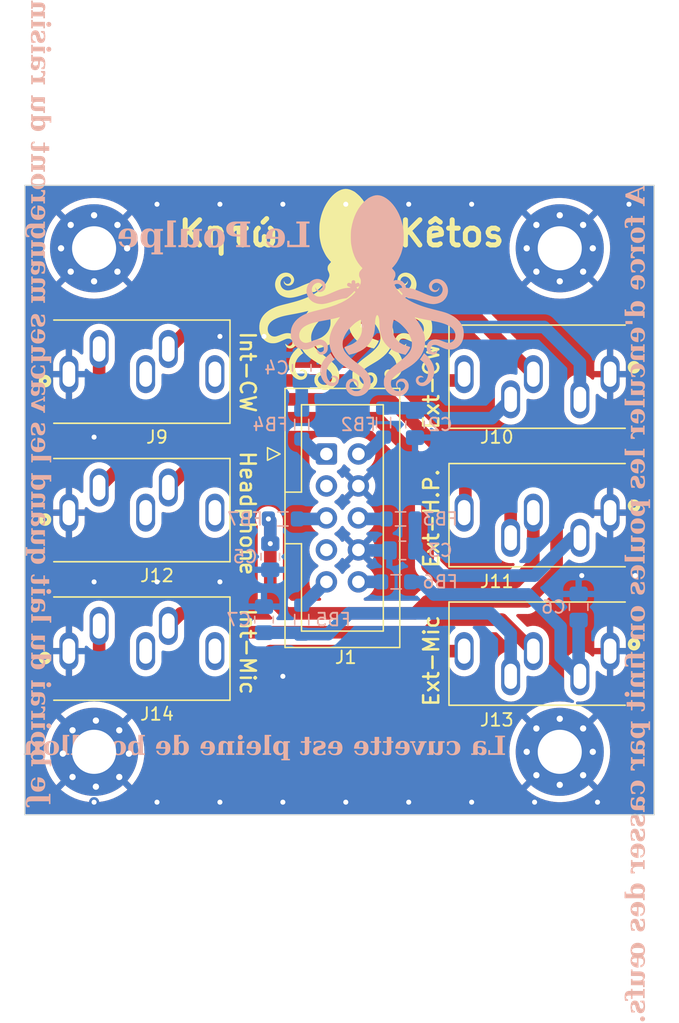
<source format=kicad_pcb>
(kicad_pcb (version 20221018) (generator pcbnew)
  (layers (0 "F.Cu" signal) (31 "B.Cu" signal) (34 "B.Paste" user) (35 "F.Paste" user) (36 "B.SilkS" user "B.Silkscreen") (37 "F.SilkS" user "F.Silkscreen") (38 "B.Mask" user) (39 "F.Mask" user) (44 "Edge.Cuts" user))
  (net 0 "")
  (net 1 "Net-(C2-Pad1)")
  (net 2 "GND")
  (net 3 "Net-(C3-Pad1)")
  (net 4 "Net-(C4-Pad1)")
  (net 5 "Net-(C5-Pad1)")
  (net 6 "Net-(C6-Pad1)")
  (net 7 "Net-(C7-Pad1)")
  (net 8 "Net-(J1-Pin_2)")
  (net 9 "Net-(J1-Pin_6)")
  (net 10 "Net-(J1-Pin_1)")
  (net 11 "Net-(J1-Pin_9)")
  (net 12 "Net-(J1-Pin_10)")
  (net 13 "Net-(J1-Pin_5)")
  (net 16 "Net-(J10-Pad4)")
  (net 17 "Net-(J10-Pad5)")
  (net 20 "Net-(J11-Pad4)")
  (net 21 "Net-(J11-Pad5)")
  (net 24 "Net-(J13-Pad4)")
  (net 25 "Net-(J13-Pad5)")
  (footprint "SJ1-3535NG:SJ1-3535NG" (layer "F.Cu") (at 128 78)
    (fp_text reference "J14" (at 7 5) (layer "F.SilkS") (effects (font (size 1.00137 1.00137))))
    (fp_text value "SJ1-3535NG" hide)
    (pad "1" thru_hole oval (at 0 0) (size 1.508 3.016) (drill oval 1 2) (layers "*.Cu" "*.Mask") (net 2 "GND"))
    (pad "2" thru_hole oval (at 2.4 -2) (size 1.508 3.016) (drill oval 1 2) (layers "*.Cu" "*.Mask") (net 24 "Net-(J13-Pad4)"))
    (pad "3" thru_hole oval (at 7.9 -2) (size 1.508 3.016) (drill oval 1 2) (layers "*.Cu" "*.Mask") (net 25 "Net-(J13-Pad5)"))
    (pad "4" thru_hole oval (at 11.6 0) (size 1.508 3.016) (drill oval 1 2) (layers "*.Cu" "*.Mask"))
    (pad "5" thru_hole oval (at 6.1 0) (size 1.508 3.016) (drill oval 1 2) (layers "*.Cu" "*.Mask"))
  )
  (footprint "SJ1-3535NG:SJ1-3535NG" (layer "F.Cu") (at 171 56 180)
    (fp_text reference "J10" (at 9 -5) (layer "F.SilkS") (effects (font (size 1.00137 1.00137))))
    (fp_text value "SJ1-3535NG")
    (pad "1" thru_hole oval (at 0 0 180) (size 1.508 3.016) (drill oval 1 2) (layers "*.Cu" "*.Mask") (net 2 "GND"))
    (pad "2" thru_hole oval (at 2.4 -2 180) (size 1.508 3.016) (drill oval 1 2) (layers "*.Cu" "*.Mask") (net 4 "Net-(C4-Pad1)"))
    (pad "3" thru_hole oval (at 7.9 -2 180) (size 1.508 3.016) (drill oval 1 2) (layers "*.Cu" "*.Mask") (net 1 "Net-(C2-Pad1)"))
    (pad "4" thru_hole oval (at 11.6 0 180) (size 1.508 3.016) (drill oval 1 2) (layers "*.Cu" "*.Mask") (net 16 "Net-(J10-Pad4)"))
    (pad "5" thru_hole oval (at 6.1 0 180) (size 1.508 3.016) (drill oval 1 2) (layers "*.Cu" "*.Mask") (net 17 "Net-(J10-Pad5)"))
  )
  (footprint "MountingHole:MountingHole_3.5mm_Pad_Via" (layer "F.Cu") (at 130.143845 86.143845)
    (fp_text reference "H1" hide)
    (fp_text value "MountingHole_Pad" hide)
    (pad "1" thru_hole circle (at -2.625 0) (size 0.8 0.8) (drill 0.5) (layers "*.Cu" "*.Mask") (net 2 "GND"))
    (pad "1" thru_hole circle (at -1.856155 -1.856155) (size 0.8 0.8) (drill 0.5) (layers "*.Cu" "*.Mask") (net 2 "GND"))
    (pad "1" thru_hole circle (at -1.856155 1.856155) (size 0.8 0.8) (drill 0.5) (layers "*.Cu" "*.Mask") (net 2 "GND"))
    (pad "1" thru_hole circle (at -0.143845 -0.143845) (size 7 7) (drill 3.5) (layers "*.Cu" "*.Mask") (net 2 "GND"))
    (pad "1" thru_hole circle (at 0 -2.625) (size 0.8 0.8) (drill 0.5) (layers "*.Cu" "*.Mask") (net 2 "GND"))
    (pad "1" thru_hole circle (at 0 2.625) (size 0.8 0.8) (drill 0.5) (layers "*.Cu" "*.Mask") (net 2 "GND"))
    (pad "1" thru_hole circle (at 1.856155 -1.856155) (size 0.8 0.8) (drill 0.5) (layers "*.Cu" "*.Mask") (net 2 "GND"))
    (pad "1" thru_hole circle (at 1.856155 1.856155) (size 0.8 0.8) (drill 0.5) (layers "*.Cu" "*.Mask") (net 2 "GND"))
    (pad "1" thru_hole circle (at 2.625 0) (size 0.8 0.8) (drill 0.5) (layers "*.Cu" "*.Mask") (net 2 "GND"))
  )
  (footprint "SJ1-3535NG:SJ1-3535NG" (layer "F.Cu") (at 171 67 180)
    (fp_text reference "J11" (at 9 -5.46848) (layer "F.SilkS") (effects (font (size 1.00137 1.00137))))
    (fp_text value "SJ1-3535NG")
    (pad "1" thru_hole oval (at 0 0 180) (size 1.508 3.016) (drill oval 1 2) (layers "*.Cu" "*.Mask") (net 2 "GND"))
    (pad "2" thru_hole oval (at 2.4 -2 180) (size 1.508 3.016) (drill oval 1 2) (layers "*.Cu" "*.Mask") (net 3 "Net-(C3-Pad1)"))
    (pad "3" thru_hole oval (at 7.9 -2 180) (size 1.508 3.016) (drill oval 1 2) (layers "*.Cu" "*.Mask") (net 5 "Net-(C5-Pad1)"))
    (pad "4" thru_hole oval (at 11.6 0 180) (size 1.508 3.016) (drill oval 1 2) (layers "*.Cu" "*.Mask") (net 20 "Net-(J11-Pad4)"))
    (pad "5" thru_hole oval (at 6.1 0 180) (size 1.508 3.016) (drill oval 1 2) (layers "*.Cu" "*.Mask") (net 21 "Net-(J11-Pad5)"))
  )
  (footprint "MountingHole:MountingHole_3.5mm_Pad_Via" (layer "F.Cu") (at 167 86)
    (fp_text reference "H2" hide)
    (fp_text value "MountingHole_Pad" hide)
    (pad "1" thru_hole circle (at -2.625 0) (size 0.8 0.8) (drill 0.5) (layers "*.Cu" "*.Mask") (net 2 "GND"))
    (pad "1" thru_hole circle (at -1.856155 -1.856155) (size 0.8 0.8) (drill 0.5) (layers "*.Cu" "*.Mask") (net 2 "GND"))
    (pad "1" thru_hole circle (at -1.856155 1.856155) (size 0.8 0.8) (drill 0.5) (layers "*.Cu" "*.Mask") (net 2 "GND"))
    (pad "1" thru_hole circle (at 0 -2.625) (size 0.8 0.8) (drill 0.5) (layers "*.Cu" "*.Mask") (net 2 "GND"))
    (pad "1" thru_hole circle (at 0 0) (size 7 7) (drill 3.5) (layers "*.Cu" "*.Mask") (net 2 "GND"))
    (pad "1" thru_hole circle (at 0 2.625) (size 0.8 0.8) (drill 0.5) (layers "*.Cu" "*.Mask") (net 2 "GND"))
    (pad "1" thru_hole circle (at 1.856155 -1.856155) (size 0.8 0.8) (drill 0.5) (layers "*.Cu" "*.Mask") (net 2 "GND"))
    (pad "1" thru_hole circle (at 1.856155 1.856155) (size 0.8 0.8) (drill 0.5) (layers "*.Cu" "*.Mask") (net 2 "GND"))
    (pad "1" thru_hole circle (at 2.625 0) (size 0.8 0.8) (drill 0.5) (layers "*.Cu" "*.Mask") (net 2 "GND"))
  )
  (footprint "SJ1-3535NG:SJ1-3535NG" (layer "F.Cu") (at 171 78 180)
    (fp_text reference "J13" (at 9 -5.46848) (layer "F.SilkS") (effects (font (size 1.00137 1.00137))))
    (fp_text value "SJ1-3535NG")
    (pad "1" thru_hole oval (at 0 0 180) (size 1.508 3.016) (drill oval 1 2) (layers "*.Cu" "*.Mask") (net 2 "GND"))
    (pad "2" thru_hole oval (at 2.4 -2 180) (size 1.508 3.016) (drill oval 1 2) (layers "*.Cu" "*.Mask") (net 6 "Net-(C6-Pad1)"))
    (pad "3" thru_hole oval (at 7.9 -2 180) (size 1.508 3.016) (drill oval 1 2) (layers "*.Cu" "*.Mask") (net 7 "Net-(C7-Pad1)"))
    (pad "4" thru_hole oval (at 11.6 0 180) (size 1.508 3.016) (drill oval 1 2) (layers "*.Cu" "*.Mask") (net 24 "Net-(J13-Pad4)"))
    (pad "5" thru_hole oval (at 6.1 0 180) (size 1.508 3.016) (drill oval 1 2) (layers "*.Cu" "*.Mask") (net 25 "Net-(J13-Pad5)"))
  )
  (footprint "Cetos:Cetos" (layer "F.Cu") (at 150 49)
    (fp_text reference "G***" hide)
    (fp_text value "LOGO" hide)
  )
  (footprint "SJ1-3535NG:SJ1-3535NG" (layer "F.Cu") (at 128 67)
    (fp_text reference "J12" (at 7 5) (layer "F.SilkS") (effects (font (size 1.00137 1.00137))))
    (fp_text value "SJ1-3535NG")
    (pad "1" thru_hole oval (at 0 0) (size 1.508 3.016) (drill oval 1 2) (layers "*.Cu" "*.Mask") (net 2 "GND"))
    (pad "2" thru_hole oval (at 2.4 -2) (size 1.508 3.016) (drill oval 1 2) (layers "*.Cu" "*.Mask") (net 20 "Net-(J11-Pad4)"))
    (pad "3" thru_hole oval (at 7.9 -2) (size 1.508 3.016) (drill oval 1 2) (layers "*.Cu" "*.Mask") (net 21 "Net-(J11-Pad5)"))
    (pad "4" thru_hole oval (at 11.6 0) (size 1.508 3.016) (drill oval 1 2) (layers "*.Cu" "*.Mask"))
    (pad "5" thru_hole oval (at 6.1 0) (size 1.508 3.016) (drill oval 1 2) (layers "*.Cu" "*.Mask"))
  )
  (footprint "MountingHole:MountingHole_3.5mm_Pad_Via" (layer "F.Cu") (at 167 46)
    (fp_text reference "H4" hide)
    (fp_text value "MountingHole_Pad" hide)
    (pad "1" thru_hole circle (at -2.625 0) (size 0.8 0.8) (drill 0.5) (layers "*.Cu" "*.Mask") (net 2 "GND"))
    (pad "1" thru_hole circle (at -1.856155 -1.856155) (size 0.8 0.8) (drill 0.5) (layers "*.Cu" "*.Mask") (net 2 "GND"))
    (pad "1" thru_hole circle (at -1.856155 1.856155) (size 0.8 0.8) (drill 0.5) (layers "*.Cu" "*.Mask") (net 2 "GND"))
    (pad "1" thru_hole circle (at 0 -2.625) (size 0.8 0.8) (drill 0.5) (layers "*.Cu" "*.Mask") (net 2 "GND"))
    (pad "1" thru_hole circle (at 0 0) (size 7 7) (drill 3.5) (layers "*.Cu" "*.Mask") (net 2 "GND"))
    (pad "1" thru_hole circle (at 0 2.625) (size 0.8 0.8) (drill 0.5) (layers "*.Cu" "*.Mask") (net 2 "GND"))
    (pad "1" thru_hole circle (at 1.856155 -1.856155) (size 0.8 0.8) (drill 0.5) (layers "*.Cu" "*.Mask") (net 2 "GND"))
    (pad "1" thru_hole circle (at 1.856155 1.856155) (size 0.8 0.8) (drill 0.5) (layers "*.Cu" "*.Mask") (net 2 "GND"))
    (pad "1" thru_hole circle (at 2.625 0) (size 0.8 0.8) (drill 0.5) (layers "*.Cu" "*.Mask") (net 2 "GND"))
  )
  (footprint "Connector_IDC:IDC-Header_2x05_P2.54mm_Vertical" (layer "F.Cu") (at 148.46 62.34)
    (fp_text reference "J1" (at 1.54 16.16) (layer "F.SilkS"))
    (fp_text value "IDC10")
    (pad "1" thru_hole roundrect (at 0 0) (size 1.7 1.7) (drill 1) (layers "*.Cu" "*.Mask") (roundrect_rratio 0.1470588235) (net 10 "Net-(J1-Pin_1)"))
    (pad "2" thru_hole circle (at 2.54 0) (size 1.7 1.7) (drill 1) (layers "*.Cu" "*.Mask") (net 8 "Net-(J1-Pin_2)"))
    (pad "3" thru_hole circle (at 0 2.54) (size 1.7 1.7) (drill 1) (layers "*.Cu" "*.Mask"))
    (pad "4" thru_hole circle (at 2.54 2.54) (size 1.7 1.7) (drill 1) (layers "*.Cu" "*.Mask") (net 2 "GND"))
    (pad "5" thru_hole circle (at 0 5.08) (size 1.7 1.7) (drill 1) (layers "*.Cu" "*.Mask") (net 13 "Net-(J1-Pin_5)"))
    (pad "6" thru_hole circle (at 2.54 5.08) (size 1.7 1.7) (drill 1) (layers "*.Cu" "*.Mask") (net 9 "Net-(J1-Pin_6)"))
    (pad "7" thru_hole circle (at 0 7.62) (size 1.7 1.7) (drill 1) (layers "*.Cu" "*.Mask"))
    (pad "8" thru_hole circle (at 2.54 7.62) (size 1.7 1.7) (drill 1) (layers "*.Cu" "*.Mask") (net 2 "GND"))
    (pad "9" thru_hole circle (at 0 10.16) (size 1.7 1.7) (drill 1) (layers "*.Cu" "*.Mask") (net 11 "Net-(J1-Pin_9)"))
    (pad "10" thru_hole circle (at 2.54 10.16) (size 1.7 1.7) (drill 1) (layers "*.Cu" "*.Mask") (net 12 "Net-(J1-Pin_10)"))
  )
  (footprint "SJ1-3535NG:SJ1-3535NG" (layer "F.Cu") (at 128 56)
    (fp_text reference "J9" (at 7 5) (layer "F.SilkS") (effects (font (size 1.00137 1.00137))))
    (fp_text value "SJ1-3535NG")
    (pad "1" thru_hole oval (at 0 0) (size 1.508 3.016) (drill oval 1 2) (layers "*.Cu" "*.Mask") (net 2 "GND"))
    (pad "2" thru_hole oval (at 2.4 -2) (size 1.508 3.016) (drill oval 1 2) (layers "*.Cu" "*.Mask") (net 16 "Net-(J10-Pad4)"))
    (pad "3" thru_hole oval (at 7.9 -2) (size 1.508 3.016) (drill oval 1 2) (layers "*.Cu" "*.Mask") (net 17 "Net-(J10-Pad5)"))
    (pad "4" thru_hole oval (at 11.6 0) (size 1.508 3.016) (drill oval 1 2) (layers "*.Cu" "*.Mask"))
    (pad "5" thru_hole oval (at 6.1 0) (size 1.508 3.016) (drill oval 1 2) (layers "*.Cu" "*.Mask"))
  )
  (footprint "MountingHole:MountingHole_3.5mm_Pad_Via" (layer "F.Cu") (at 130 46)
    (fp_text reference "H3" hide)
    (fp_text value "MountingHole_Pad" hide)
    (pad "1" thru_hole circle (at -2.625 0) (size 0.8 0.8) (drill 0.5) (layers "*.Cu" "*.Mask") (net 2 "GND"))
    (pad "1" thru_hole circle (at -1.856155 -1.856155) (size 0.8 0.8) (drill 0.5) (layers "*.Cu" "*.Mask") (net 2 "GND"))
    (pad "1" thru_hole circle (at -1.856155 1.856155) (size 0.8 0.8) (drill 0.5) (layers "*.Cu" "*.Mask") (net 2 "GND"))
    (pad "1" thru_hole circle (at 0 -2.625) (size 0.8 0.8) (drill 0.5) (layers "*.Cu" "*.Mask") (net 2 "GND"))
    (pad "1" thru_hole circle (at 0 0) (size 7 7) (drill 3.5) (layers "*.Cu" "*.Mask") (net 2 "GND"))
    (pad "1" thru_hole circle (at 0 2.625) (size 0.8 0.8) (drill 0.5) (layers "*.Cu" "*.Mask") (net 2 "GND"))
    (pad "1" thru_hole circle (at 1.856155 -1.856155) (size 0.8 0.8) (drill 0.5) (layers "*.Cu" "*.Mask") (net 2 "GND"))
    (pad "1" thru_hole circle (at 1.856155 1.856155) (size 0.8 0.8) (drill 0.5) (layers "*.Cu" "*.Mask") (net 2 "GND"))
    (pad "1" thru_hole circle (at 2.625 0) (size 0.8 0.8) (drill 0.5) (layers "*.Cu" "*.Mask") (net 2 "GND"))
  )
  (footprint "Capacitor_SMD:C_0805_2012Metric_Pad1.18x1.45mm_HandSolder" (layer "B.Cu") (at 154.5 70 180)
    (fp_text reference "C3" (at -3 0) (layer "B.SilkS") (effects (justify mirror)))
    (fp_text value "10nf")
    (pad "1" smd roundrect (at -1.0375 0 180) (size 1.175 1.45) (layers "B.Cu" "B.Paste" "B.Mask") (roundrect_rratio 0.2127659574) (net 3 "Net-(C3-Pad1)"))
    (pad "2" smd roundrect (at 1.0375 0 180) (size 1.175 1.45) (layers "B.Cu" "B.Paste" "B.Mask") (roundrect_rratio 0.2127659574) (net 2 "GND"))
  )
  (footprint "Inductor_SMD:L_0805_2012Metric_Pad1.05x1.20mm_HandSolder" (layer "B.Cu") (at 146.5 75.5 -90)
    (fp_text reference "FB5" (at 0 -2.5 -180) (layer "B.SilkS") (effects (justify mirror)))
    (fp_text value "0805")
    (pad "1" smd roundrect (at -1.15 0 270) (size 1.05 1.2) (layers "B.Cu" "B.Paste" "B.Mask") (roundrect_rratio 0.2380952381) (net 11 "Net-(J1-Pin_9)"))
    (pad "2" smd roundrect (at 1.15 0 270) (size 1.05 1.2) (layers "B.Cu" "B.Paste" "B.Mask") (roundrect_rratio 0.2380952381) (net 7 "Net-(C7-Pad1)"))
  )
  (footprint "Capacitor_SMD:C_0805_2012Metric_Pad1.18x1.45mm_HandSolder" (layer "B.Cu") (at 146.5 55.5 90)
    (fp_text reference "C4" (at 0 -2 180) (layer "B.SilkS") (effects (justify mirror)))
    (fp_text value "10nf")
    (pad "1" smd roundrect (at -1.0375 0 90) (size 1.175 1.45) (layers "B.Cu" "B.Paste" "B.Mask") (roundrect_rratio 0.2127659574) (net 4 "Net-(C4-Pad1)"))
    (pad "2" smd roundrect (at 1.0375 0 90) (size 1.175 1.45) (layers "B.Cu" "B.Paste" "B.Mask") (roundrect_rratio 0.2127659574) (net 2 "GND"))
  )
  (footprint "Capacitor_SMD:C_0805_2012Metric_Pad1.18x1.45mm_HandSolder" (layer "B.Cu") (at 144 70.5 -90)
    (fp_text reference "C5" (at 0 2 -180) (layer "B.SilkS") (effects (justify mirror)))
    (fp_text value "10nf")
    (pad "1" smd roundrect (at -1.0375 0 270) (size 1.175 1.45) (layers "B.Cu" "B.Paste" "B.Mask") (roundrect_rratio 0.2127659574) (net 5 "Net-(C5-Pad1)"))
    (pad "2" smd roundrect (at 1.0375 0 270) (size 1.175 1.45) (layers "B.Cu" "B.Paste" "B.Mask") (roundrect_rratio 0.2127659574) (net 2 "GND"))
  )
  (footprint "Inductor_SMD:L_0805_2012Metric_Pad1.05x1.20mm_HandSolder" (layer "B.Cu") (at 145 67.5)
    (fp_text reference "FB7" (at -3 0) (layer "B.SilkS") (effects (justify mirror)))
    (fp_text value "0805")
    (pad "1" smd roundrect (at -1.15 0) (size 1.05 1.2) (layers "B.Cu" "B.Paste" "B.Mask") (roundrect_rratio 0.2380952381) (net 5 "Net-(C5-Pad1)"))
    (pad "2" smd roundrect (at 1.15 0) (size 1.05 1.2) (layers "B.Cu" "B.Paste" "B.Mask") (roundrect_rratio 0.2380952381) (net 13 "Net-(J1-Pin_5)"))
  )
  (footprint "Inductor_SMD:L_0805_2012Metric_Pad1.05x1.20mm_HandSolder" (layer "B.Cu") (at 146.5 60 -90)
    (fp_text reference "FB4" (at 0 2.5 -180) (layer "B.SilkS") (effects (justify mirror)))
    (fp_text value "0805")
    (pad "1" smd roundrect (at -1.15 0 270) (size 1.05 1.2) (layers "B.Cu" "B.Paste" "B.Mask") (roundrect_rratio 0.2380952381) (net 4 "Net-(C4-Pad1)"))
    (pad "2" smd roundrect (at 1.15 0 270) (size 1.05 1.2) (layers "B.Cu" "B.Paste" "B.Mask") (roundrect_rratio 0.2380952381) (net 10 "Net-(J1-Pin_1)"))
  )
  (footprint "Inductor_SMD:L_0805_2012Metric_Pad1.05x1.20mm_HandSolder" (layer "B.Cu") (at 154.35 67.5)
    (fp_text reference "FB3" (at 3.15 0) (layer "B.SilkS") (effects (justify mirror)))
    (fp_text value "0805")
    (pad "1" smd roundrect (at -1.15 0) (size 1.05 1.2) (layers "B.Cu" "B.Paste" "B.Mask") (roundrect_rratio 0.2380952381) (net 9 "Net-(J1-Pin_6)"))
    (pad "2" smd roundrect (at 1.15 0) (size 1.05 1.2) (layers "B.Cu" "B.Paste" "B.Mask") (roundrect_rratio 0.2380952381) (net 3 "Net-(C3-Pad1)"))
  )
  (footprint "Capacitor_SMD:C_0805_2012Metric_Pad1.18x1.45mm_HandSolder" (layer "B.Cu") (at 168.5 74.5 90)
    (fp_text reference "C6" (at 0 -2 180) (layer "B.SilkS") (effects (justify mirror)))
    (fp_text value "10nf")
    (pad "1" smd roundrect (at -1.0375 0 90) (size 1.175 1.45) (layers "B.Cu" "B.Paste" "B.Mask") (roundrect_rratio 0.2127659574) (net 6 "Net-(C6-Pad1)"))
    (pad "2" smd roundrect (at 1.0375 0 90) (size 1.175 1.45) (layers "B.Cu" "B.Paste" "B.Mask") (roundrect_rratio 0.2127659574) (net 2 "GND"))
  )
  (footprint "Capacitor_SMD:C_0805_2012Metric_Pad1.18x1.45mm_HandSolder" (layer "B.Cu") (at 155.5 60 -90)
    (fp_text reference "C2" (at 0 -2 -180) (layer "B.SilkS") (effects (justify mirror)))
    (fp_text value "10nf")
    (pad "1" smd roundrect (at -1.0375 0 270) (size 1.175 1.45) (layers "B.Cu" "B.Paste" "B.Mask") (roundrect_rratio 0.2127659574) (net 1 "Net-(C2-Pad1)"))
    (pad "2" smd roundrect (at 1.0375 0 270) (size 1.175 1.45) (layers "B.Cu" "B.Paste" "B.Mask") (roundrect_rratio 0.2127659574) (net 2 "GND"))
  )
  (footprint "Cetos:Cetos" (layer "B.Cu") (at 152.5 49.5 180)
    (fp_text reference "G***" (at 0 0) (layer "B.SilkS") (effects (font (size 1.5 1.5) (thickness 0.3)) (justify mirror)))
    (fp_text value "LOGO" hide)
  )
  (footprint "Capacitor_SMD:C_0805_2012Metric_Pad1.18x1.45mm_HandSolder" (layer "B.Cu") (at 143.5 75.5 90)
    (fp_text reference "C7" (at 0 -2) (layer "B.SilkS") (effects (justify mirror)))
    (fp_text value "10nf")
    (pad "1" smd roundrect (at -1.0375 0 90) (size 1.175 1.45) (layers "B.Cu" "B.Paste" "B.Mask") (roundrect_rratio 0.2127659574) (net 7 "Net-(C7-Pad1)"))
    (pad "2" smd roundrect (at 1.0375 0 90) (size 1.175 1.45) (layers "B.Cu" "B.Paste" "B.Mask") (roundrect_rratio 0.2127659574) (net 2 "GND"))
  )
  (footprint "Inductor_SMD:L_0805_2012Metric_Pad1.05x1.20mm_HandSolder" (layer "B.Cu") (at 153 59.85 90)
    (fp_text reference "FB2" (at -0.15 -2 180) (layer "B.SilkS") (effects (justify mirror)))
    (fp_text value "0805")
    (pad "1" smd roundrect (at -1.15 0 90) (size 1.05 1.2) (layers "B.Cu" "B.Paste" "B.Mask") (roundrect_rratio 0.2380952381) (net 8 "Net-(J1-Pin_2)"))
    (pad "2" smd roundrect (at 1.15 0 90) (size 1.05 1.2) (layers "B.Cu" "B.Paste" "B.Mask") (roundrect_rratio 0.2380952381) (net 1 "Net-(C2-Pad1)"))
  )
  (footprint "Inductor_SMD:L_0805_2012Metric_Pad1.05x1.20mm_HandSolder" (layer "B.Cu") (at 154 72.5)
    (fp_text reference "FB6" (at 3.5 0) (layer "B.SilkS") (effects (justify mirror)))
    (fp_text value "0805")
    (pad "1" smd roundrect (at -1.15 0) (size 1.05 1.2) (layers "B.Cu" "B.Paste" "B.Mask") (roundrect_rratio 0.2380952381) (net 12 "Net-(J1-Pin_10)"))
    (pad "2" smd roundrect (at 1.15 0) (size 1.05 1.2) (layers "B.Cu" "B.Paste" "B.Mask") (roundrect_rratio 0.2380952381) (net 6 "Net-(C6-Pad1)"))
  )
  (gr_rect (start 124.5 41) (end 174.5 91) (stroke (width 0.1)) (fill none) (layer "Edge.Cuts"))
  (gr_text "Le Poulpe" (at 147.25 46.25) (layer "B.SilkS") (effects (font (size 2 2) (thickness 0.4) bold) (justify left bottom mirror)))
  (gr_text "A force d'enculer les poules on finit par casser des œufs." (at 174 41 90) (layer "B.SilkS") (effects (font (size 1.5 1.5) (thickness 0.2) bold) (justify left bottom mirror)))
  (gr_text "La cuvette est pleine de bouillon" (at 162.75 86.5) (layer "B.SilkS") (effects (font (size 1.5 1.5) (thickness 0.2) bold) (justify left bottom mirror)))
  (gr_text "Je boirai du lait quand les vaches mangeront du raisin\n" (at 124.75 90.25 -90) (layer "B.SilkS") (effects (font (size 1.5 1.5) (thickness 0.2) bold) (justify left bottom mirror)))
  (gr_text "Ext-H.P." (at 157.5 71.5 90) (layer "F.SilkS") (effects (font (size 1.2 1.2) (thickness 0.2) bold) (justify left bottom)))
  (gr_text "Int-CW" (at 141.5 52.5 270) (layer "F.SilkS") (effects (font (size 1.2 1.2) (thickness 0.2) bold) (justify left bottom)))
  (gr_text "Int-Mic" (at 141.5 74.5 270) (layer "F.SilkS") (effects (font (size 1.2 1.2) (thickness 0.2) bold) (justify left bottom)))
  (gr_text "Kêtos" (at 154 46) (layer "F.SilkS") (effects (font (size 2 2) (thickness 0.4) bold) (justify left bottom)))
  (gr_text "Headphone\n" (at 141.5 62 -90) (layer "F.SilkS") (effects (font (size 1.2 1.2) (thickness 0.2) bold) (justify left bottom)))
  (gr_text "Κητώ" (at 136.5 46) (layer "F.SilkS") (effects (font (size 2 2) (thickness 0.4) bold) (justify left bottom)))
  (gr_text "Ext-Mic" (at 157.5 82.5 90) (layer "F.SilkS") (effects (font (size 1.2 1.2) (thickness 0.2) bold) (justify left bottom)))
  (gr_text "Ext-CW" (at 157.5 60.5 90) (layer "F.SilkS") (effects (font (size 1.2 1.2) (thickness 0.2) bold) (justify left bottom)))
  (segment (start 157.5 59.5) (end 156.7 58.7) (width 1) (layer "B.Cu") (net 1))
  (segment (start 163.1 58) (end 161.6 59.5) (width 1) (layer "B.Cu") (net 1))
  (segment (start 161.6 59.5) (end 157.5 59.5) (width 1) (layer "B.Cu") (net 1))
  (segment (start 156.7 58.7) (end 153 58.7) (width 1) (layer "B.Cu") (net 1))
  (via (at 145 42.5) (size 0.8) (drill 0.4) (layers "F.Cu" "B.Cu") (net 2))
  (via (at 165 90) (size 0.8) (drill 0.4) (layers "F.Cu" "B.Cu") (net 2))
  (via (at 173 72) (size 0.8) (drill 0.4) (layers "F.Cu" "B.Cu") (net 2))
  (via (at 170 90) (size 0.8) (drill 0.4) (layers "F.Cu" "B.Cu") (net 2))
  (via (at 160 42.5) (size 0.8) (drill 0.4) (layers "F.Cu" "B.Cu") (net 2))
  (via (at 168.75 72) (size 0.8) (drill 0.4) (layers "F.Cu" "B.Cu") (net 2))
  (via (at 160 90) (size 0.8) (drill 0.4) (layers "F.Cu" "B.Cu") (net 2))
  (via (at 130 72.5) (size 0.8) (drill 0.4) (layers "F.Cu" "B.Cu") (net 2))
  (via (at 145 80) (size 0.8) (drill 0.4) (layers "F.Cu" "B.Cu") (net 2))
  (via (at 150 90) (size 0.8) (drill 0.4) (layers "F.Cu" "B.Cu") (net 2))
  (via (at 150 42.5) (size 0.8) (drill 0.4) (layers "F.Cu" "B.Cu") (net 2))
  (via (at 140 72.5) (size 0.8) (drill 0.4) (layers "F.Cu" "B.Cu") (net 2))
  (via (at 135 90) (size 0.8) (drill 0.4) (layers "F.Cu" "B.Cu") (net 2))
  (via (at 145 90) (size 0.8) (drill 0.4) (layers "F.Cu" "B.Cu") (net 2))
  (via (at 130 90) (size 0.8) (drill 0.4) (layers "F.Cu" "B.Cu") (net 2))
  (via (at 172.5 42.5) (size 0.8) (drill 0.4) (layers "F.Cu" "B.Cu") (net 2))
  (via (at 130 61) (size 0.8) (drill 0.4) (layers "F.Cu" "B.Cu") (net 2))
  (via (at 140 90) (size 0.8) (drill 0.4) (layers "F.Cu" "B.Cu") (net 2))
  (via (at 135 42.5) (size 0.8) (drill 0.4) (layers "F.Cu" "B.Cu") (net 2))
  (via (at 140 42.5) (size 0.8) (drill 0.4) (layers "F.Cu" "B.Cu") (net 2))
  (via (at 140 53) (size 0.8) (drill 0.4) (layers "F.Cu" "B.Cu") (net 2))
  (via (at 155 42.5) (size 0.8) (drill 0.4) (layers "F.Cu" "B.Cu") (net 2))
  (via (at 135 72.5) (size 0.8) (drill 0.4) (layers "F.Cu" "B.Cu") (net 2))
  (via (at 143.5 53) (size 0.8) (drill 0.4) (layers "F.Cu" "B.Cu") (net 2))
  (via (at 155 90) (size 0.8) (drill 0.4) (layers "F.Cu" "B.Cu") (net 2))
  (segment (start 151.04 70) (end 151 69.96) (width 1) (layer "B.Cu") (net 2))
  (segment (start 153.4625 70) (end 151.04 70) (width 1) (layer "B.Cu") (net 2))
  (segment (start 155.5 67.5) (end 155.5 69.9625) (width 1) (layer "B.Cu") (net 3))
  (segment (start 157.5375 72) (end 165 72) (width 1) (layer "B.Cu") (net 3))
  (segment (start 168 69) (end 168.6 69) (width 1) (layer "B.Cu") (net 3))
  (segment (start 168.6 69) (end 168.6 69.4) (width 1) (layer "B.Cu") (net 3))
  (segment (start 155.5375 70) (end 157.5375 72) (width 1) (layer "B.Cu") (net 3))
  (segment (start 155.5 69.9625) (end 155.5375 70) (width 1) (layer "B.Cu") (net 3))
  (segment (start 165 72) (end 168 69) (width 1) (layer "B.Cu") (net 3))
  (segment (start 152.25 52.25) (end 147.9625 56.5375) (width 1) (layer "B.Cu") (net 4))
  (segment (start 146.5 58.85) (end 146.5 56.5375) (width 1) (layer "B.Cu") (net 4))
  (segment (start 165.75 52.25) (end 152.25 52.25) (width 1) (layer "B.Cu") (net 4))
  (segment (start 147.9625 56.5375) (end 146.5 56.5375) (width 1) (layer "B.Cu") (net 4))
  (segment (start 168.6 58) (end 168.6 55.1) (width 1) (layer "B.Cu") (net 4))
  (segment (start 168.6 55.1) (end 165.75 52.25) (width 1) (layer "B.Cu") (net 4))
  (segment (start 144 67.65) (end 143.85 67.5) (width 1) (layer "F.Cu") (net 5))
  (segment (start 166.75 71.694365) (end 166.75 64.247733) (width 1) (layer "F.Cu") (net 5))
  (segment (start 144 69.4625) (end 144 67.65) (width 1) (layer "F.Cu") (net 5))
  (segment (start 145.25 75) (end 155.5 75) (width 1) (layer "F.Cu") (net 5))
  (segment (start 144 73.75) (end 145.25 75) (width 1) (layer "F.Cu") (net 5))
  (segment (start 144 73.75) (end 144 69.4625) (width 1) (layer "F.Cu") (net 5))
  (segment (start 156.45 74.05) (end 164.394365 74.05) (width 1) (layer "F.Cu") (net 5))
  (segment (start 164.394365 74.05) (end 166.75 71.694365) (width 1) (layer "F.Cu") (net 5))
  (segment (start 166.75 64.247733) (end 165.502267 63) (width 1) (layer "F.Cu") (net 5))
  (segment (start 164.25 63) (end 163.1 64.15) (width 1) (layer "F.Cu") (net 5))
  (segment (start 163.1 64.15) (end 163.1 69) (width 1) (layer "F.Cu") (net 5))
  (segment (start 165.502267 63) (end 164.25 63) (width 1) (layer "F.Cu") (net 5))
  (segment (start 155.5 75) (end 156.45 74.05) (width 1) (layer "F.Cu") (net 5))
  (via (at 144 69.4625) (size 0.8) (drill 0.4) (layers "F.Cu" "B.Cu") (net 5))
  (via (at 143.85 67.5) (size 0.8) (drill 0.4) (layers "F.Cu" "B.Cu") (net 5))
  (segment (start 144 67.65) (end 143.85 67.5) (width 1) (layer "B.Cu") (net 5))
  (segment (start 144 69.4625) (end 144 67.65) (width 1) (layer "B.Cu") (net 5))
  (segment (start 164.5 73.5) (end 167.075 76.075) (width 1) (layer "B.Cu") (net 6))
  (segment (start 155.15 72.5) (end 156 72.5) (width 1) (layer "B.Cu") (net 6))
  (segment (start 156 72.5) (end 157 73.5) (width 1) (layer "B.Cu") (net 6))
  (segment (start 168.5 79.9) (end 168.6 80) (width 1) (layer "B.Cu") (net 6))
  (segment (start 167.075 76.075) (end 167.075 78.475) (width 1) (layer "B.Cu") (net 6))
  (segment (start 168.5 75.5375) (end 168.5 79.9) (width 1) (layer "B.Cu") (net 6))
  (segment (start 157 73.5) (end 164.5 73.5) (width 1) (layer "B.Cu") (net 6))
  (segment (start 167.075 78.475) (end 168.6 80) (width 1) (layer "B.Cu") (net 6))
  (segment (start 143.5 76.5375) (end 146.3875 76.5375) (width 1) (layer "B.Cu") (net 7))
  (segment (start 148.6 76.65) (end 146.5 76.65) (width 1) (layer "B.Cu") (net 7))
  (segment (start 150.25 75) (end 148.6 76.65) (width 1) (layer "B.Cu") (net 7))
  (segment (start 163.1 76.6) (end 161.5 75) (width 1) (layer "B.Cu") (net 7))
  (segment (start 163.1 80) (end 163.1 76.6) (width 1) (layer "B.Cu") (net 7))
  (segment (start 163 80.1) (end 163.1 80) (width 1) (layer "B.Cu") (net 7))
  (segment (start 146.3875 76.5375) (end 146.5 76.65) (width 1) (layer "B.Cu") (net 7))
  (segment (start 161.5 75) (end 150.25 75) (width 1) (layer "B.Cu") (net 7))
  (segment (start 151 62.34) (end 151.66 62.34) (width 1) (layer "B.Cu") (net 8))
  (segment (start 151.66 62.34) (end 153 61) (width 1) (layer "B.Cu") (net 8))
  (segment (start 153.2 67.5) (end 151.08 67.5) (width 1) (layer "B.Cu") (net 9))
  (segment (start 151.08 67.5) (end 151 67.42) (width 1) (layer "B.Cu") (net 9))
  (segment (start 148.46 62.34) (end 147.69 62.34) (width 1) (layer "B.Cu") (net 10))
  (segment (start 147.69 62.34) (end 146.5 61.15) (width 1) (layer "B.Cu") (net 10))
  (segment (start 146.5 74.35) (end 146.61 74.35) (width 1) (layer "B.Cu") (net 11))
  (segment (start 146.61 74.35) (end 148.46 72.5) (width 1) (layer "B.Cu") (net 11))
  (segment (start 152.85 72.5) (end 151 72.5) (width 1) (layer "B.Cu") (net 12))
  (segment (start 146.15 67.5) (end 148.38 67.5) (width 1) (layer "B.Cu") (net 13))
  (segment (start 148.38 67.5) (end 148.46 67.42) (width 1) (layer "B.Cu") (net 13))
  (segment (start 159.4 56) (end 158.9 56.5) (width 1) (layer "F.Cu") (net 16))
  (segment (start 143 56.5) (end 140.5 59) (width 1) (layer "F.Cu") (net 16))
  (segment (start 158.9 56.5) (end 143 56.5) (width 1) (layer "F.Cu") (net 16))
  (segment (start 140.5 59) (end 132.892 59) (width 1) (layer "F.Cu") (net 16))
  (segment (start 130.4 56.508) (end 130.4 54) (width 1) (layer "F.Cu") (net 16))
  (segment (start 132.892 59) (end 130.4 56.508) (width 1) (layer "F.Cu") (net 16))
  (segment (start 138.4 51.5) (end 135.9 54) (width 1) (layer "F.Cu") (net 17))
  (segment (start 160.4 51.5) (end 138.4 51.5) (width 1) (layer "F.Cu") (net 17))
  (segment (start 164.9 56) (end 160.4 51.5) (width 1) (layer "F.Cu") (net 17))
  (segment (start 159.5 64) (end 153.5 58) (width 1) (layer "F.Cu") (net 20))
  (segment (start 159.5 66.9) (end 159.5 64) (width 1) (layer "F.Cu") (net 20))
  (segment (start 140.75 61) (end 134.4 61) (width 1) (layer "F.Cu") (net 20))
  (segment (start 159.4 67) (end 159.5 66.9) (width 1) (layer "F.Cu") (net 20))
  (segment (start 134.4 61) (end 130.4 65) (width 1) (layer "F.Cu") (net 20))
  (segment (start 153.5 58) (end 143.75 58) (width 1) (layer "F.Cu") (net 20))
  (segment (start 143.75 58) (end 140.75 61) (width 1) (layer "F.Cu") (net 20))
  (segment (start 163.5 72.5) (end 157.75 72.5) (width 1) (layer "F.Cu") (net 21))
  (segment (start 164.9 71.1) (end 163.5 72.5) (width 1) (layer "F.Cu") (net 21))
  (segment (start 138.15 62.75) (end 135.9 65) (width 1) (layer "F.Cu") (net 21))
  (segment (start 164.9 67) (end 164.9 71.1) (width 1) (layer "F.Cu") (net 21))
  (segment (start 152.5 59.5) (end 144.25 59.5) (width 1) (layer "F.Cu") (net 21))
  (segment (start 156.5 63.5) (end 152.5 59.5) (width 1) (layer "F.Cu") (net 21))
  (segment (start 156.5 71.25) (end 156.5 63.5) (width 1) (layer "F.Cu") (net 21))
  (segment (start 144.25 59.5) (end 141 62.75) (width 1) (layer "F.Cu") (net 21))
  (segment (start 141 62.75) (end 138.15 62.75) (width 1) (layer "F.Cu") (net 21))
  (segment (start 157.75 72.5) (end 156.5 71.25) (width 1) (layer "F.Cu") (net 21))
  (segment (start 159.4 78) (end 144 78) (width 1) (layer "F.Cu") (net 24))
  (segment (start 132.892 81) (end 130.4 78.508) (width 1) (layer "F.Cu") (net 24))
  (segment (start 130.4 78.508) (end 130.4 76) (width 1) (layer "F.Cu") (net 24))
  (segment (start 141 81) (end 132.892 81) (width 1) (layer "F.Cu") (net 24))
  (segment (start 144 78) (end 141 81) (width 1) (layer "F.Cu") (net 24))
  (segment (start 136.9 75) (end 135.9 76) (width 1) (layer "F.Cu") (net 25))
  (segment (start 157.5 75.5) (end 156.5 76.5) (width 1) (layer "F.Cu") (net 25))
  (segment (start 164.9 78) (end 162.4 75.5) (width 1) (layer "F.Cu") (net 25))
  (segment (start 142 76.5) (end 140.5 75) (width 1) (layer "F.Cu") (net 25))
  (segment (start 140.5 75) (end 136.9 75) (width 1) (layer "F.Cu") (net 25))
  (segment (start 162.4 75.5) (end 157.5 75.5) (width 1) (layer "F.Cu") (net 25))
  (segment (start 156.5 76.5) (end 142 76.5) (width 1) (layer "F.Cu") (net 25))
  (zone (net 2) (net_name "GND") (layers "F&B.Cu") (connect_pads (clearance 0.5)) (min_thickness 0.25) (fill yes (thermal_gap 0.5) (thermal_bridge_width 0.5))
    (polygon (pts (xy 124 40) (xy 175 40) (xy 175 91) (xy 124 91)))
  )
)
</source>
